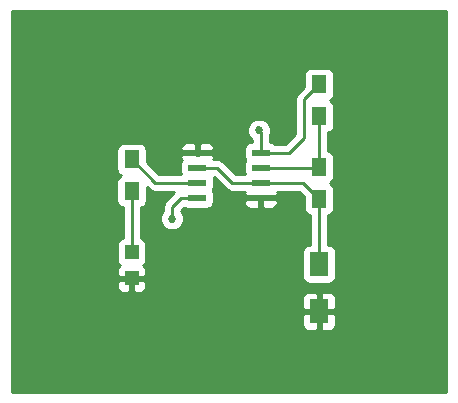
<source format=gtl>
G04 #@! TF.FileFunction,Copper,L1,Top,Signal*
%FSLAX46Y46*%
G04 Gerber Fmt 4.6, Leading zero omitted, Abs format (unit mm)*
G04 Created by KiCad (PCBNEW 4.0.4-stable) date 01/29/17 13:46:40*
%MOMM*%
%LPD*%
G01*
G04 APERTURE LIST*
%ADD10C,0.100000*%
%ADD11R,1.600000X2.000000*%
%ADD12R,1.200000X1.200000*%
%ADD13R,1.300000X1.500000*%
%ADD14R,1.550000X0.600000*%
%ADD15C,0.685800*%
%ADD16C,0.254000*%
G04 APERTURE END LIST*
D10*
D11*
X156210000Y-111030000D03*
X156210000Y-115030000D03*
D12*
X140335000Y-110025000D03*
X140335000Y-112225000D03*
D13*
X156210000Y-95805000D03*
X156210000Y-98505000D03*
X156210000Y-102790000D03*
X156210000Y-105490000D03*
X140335000Y-102155000D03*
X140335000Y-104855000D03*
D14*
X145890000Y-101600000D03*
X145890000Y-102870000D03*
X145890000Y-104140000D03*
X145890000Y-105410000D03*
X151290000Y-105410000D03*
X151290000Y-104140000D03*
X151290000Y-102870000D03*
X151290000Y-101600000D03*
D15*
X148590000Y-110490000D03*
X143764000Y-107188000D03*
X151130000Y-99695000D03*
D16*
X145890000Y-105410000D02*
X144526000Y-105410000D01*
X143764000Y-106172000D02*
X143764000Y-107188000D01*
X144526000Y-105410000D02*
X143764000Y-106172000D01*
X151290000Y-101600000D02*
X151290000Y-99855000D01*
X151290000Y-99855000D02*
X151130000Y-99695000D01*
X151290000Y-101600000D02*
X153670000Y-101600000D01*
X154940000Y-97075000D02*
X156210000Y-95805000D01*
X154940000Y-100330000D02*
X154940000Y-97075000D01*
X153670000Y-101600000D02*
X154940000Y-100330000D01*
X145890000Y-102870000D02*
X147574000Y-102870000D01*
X148844000Y-104140000D02*
X151290000Y-104140000D01*
X147574000Y-102870000D02*
X148844000Y-104140000D01*
X151290000Y-104140000D02*
X154860000Y-104140000D01*
X154860000Y-104140000D02*
X156210000Y-105490000D01*
X156210000Y-105490000D02*
X156210000Y-111030000D01*
X140335000Y-110025000D02*
X140335000Y-104855000D01*
X151290000Y-102870000D02*
X156130000Y-102870000D01*
X156130000Y-102870000D02*
X156210000Y-102790000D01*
X156210000Y-98505000D02*
X156210000Y-102790000D01*
X145890000Y-104140000D02*
X142320000Y-104140000D01*
X142320000Y-104140000D02*
X140335000Y-102155000D01*
G36*
X166930000Y-121845000D02*
X130250000Y-121845000D01*
X130250000Y-115315750D01*
X154775000Y-115315750D01*
X154775000Y-116156309D01*
X154871673Y-116389698D01*
X155050301Y-116568327D01*
X155283690Y-116665000D01*
X155924250Y-116665000D01*
X156083000Y-116506250D01*
X156083000Y-115157000D01*
X156337000Y-115157000D01*
X156337000Y-116506250D01*
X156495750Y-116665000D01*
X157136310Y-116665000D01*
X157369699Y-116568327D01*
X157548327Y-116389698D01*
X157645000Y-116156309D01*
X157645000Y-115315750D01*
X157486250Y-115157000D01*
X156337000Y-115157000D01*
X156083000Y-115157000D01*
X154933750Y-115157000D01*
X154775000Y-115315750D01*
X130250000Y-115315750D01*
X130250000Y-113903691D01*
X154775000Y-113903691D01*
X154775000Y-114744250D01*
X154933750Y-114903000D01*
X156083000Y-114903000D01*
X156083000Y-113553750D01*
X156337000Y-113553750D01*
X156337000Y-114903000D01*
X157486250Y-114903000D01*
X157645000Y-114744250D01*
X157645000Y-113903691D01*
X157548327Y-113670302D01*
X157369699Y-113491673D01*
X157136310Y-113395000D01*
X156495750Y-113395000D01*
X156337000Y-113553750D01*
X156083000Y-113553750D01*
X155924250Y-113395000D01*
X155283690Y-113395000D01*
X155050301Y-113491673D01*
X154871673Y-113670302D01*
X154775000Y-113903691D01*
X130250000Y-113903691D01*
X130250000Y-112510750D01*
X139100000Y-112510750D01*
X139100000Y-112951309D01*
X139196673Y-113184698D01*
X139375301Y-113363327D01*
X139608690Y-113460000D01*
X140049250Y-113460000D01*
X140208000Y-113301250D01*
X140208000Y-112352000D01*
X140462000Y-112352000D01*
X140462000Y-113301250D01*
X140620750Y-113460000D01*
X141061310Y-113460000D01*
X141294699Y-113363327D01*
X141473327Y-113184698D01*
X141570000Y-112951309D01*
X141570000Y-112510750D01*
X141411250Y-112352000D01*
X140462000Y-112352000D01*
X140208000Y-112352000D01*
X139258750Y-112352000D01*
X139100000Y-112510750D01*
X130250000Y-112510750D01*
X130250000Y-101405000D01*
X139037560Y-101405000D01*
X139037560Y-102905000D01*
X139081838Y-103140317D01*
X139220910Y-103356441D01*
X139433110Y-103501431D01*
X139446197Y-103504081D01*
X139233559Y-103640910D01*
X139088569Y-103853110D01*
X139037560Y-104105000D01*
X139037560Y-105605000D01*
X139081838Y-105840317D01*
X139220910Y-106056441D01*
X139433110Y-106201431D01*
X139573000Y-106229759D01*
X139573000Y-108808042D01*
X139499683Y-108821838D01*
X139283559Y-108960910D01*
X139138569Y-109173110D01*
X139087560Y-109425000D01*
X139087560Y-110625000D01*
X139131838Y-110860317D01*
X139270910Y-111076441D01*
X139339006Y-111122969D01*
X139196673Y-111265302D01*
X139100000Y-111498691D01*
X139100000Y-111939250D01*
X139258750Y-112098000D01*
X140208000Y-112098000D01*
X140208000Y-112078000D01*
X140462000Y-112078000D01*
X140462000Y-112098000D01*
X141411250Y-112098000D01*
X141570000Y-111939250D01*
X141570000Y-111498691D01*
X141473327Y-111265302D01*
X141332090Y-111124064D01*
X141386441Y-111089090D01*
X141531431Y-110876890D01*
X141582440Y-110625000D01*
X141582440Y-109425000D01*
X141538162Y-109189683D01*
X141399090Y-108973559D01*
X141186890Y-108828569D01*
X141097000Y-108810366D01*
X141097000Y-106231366D01*
X141220317Y-106208162D01*
X141436441Y-106069090D01*
X141581431Y-105856890D01*
X141632440Y-105605000D01*
X141632440Y-104530070D01*
X141781185Y-104678815D01*
X142028395Y-104843996D01*
X142320000Y-104902000D01*
X143956369Y-104902000D01*
X143225185Y-105633185D01*
X143060004Y-105880395D01*
X143002000Y-106172000D01*
X143002000Y-106566917D01*
X142935460Y-106633341D01*
X142786270Y-106992630D01*
X142785931Y-107381663D01*
X142934493Y-107741212D01*
X143209341Y-108016540D01*
X143568630Y-108165730D01*
X143957663Y-108166069D01*
X144317212Y-108017507D01*
X144592540Y-107742659D01*
X144741730Y-107383370D01*
X144742069Y-106994337D01*
X144593507Y-106634788D01*
X144526000Y-106567163D01*
X144526000Y-106487630D01*
X144770487Y-106243144D01*
X144863110Y-106306431D01*
X145115000Y-106357440D01*
X146665000Y-106357440D01*
X146900317Y-106313162D01*
X147116441Y-106174090D01*
X147261431Y-105961890D01*
X147312440Y-105710000D01*
X147312440Y-105695750D01*
X149880000Y-105695750D01*
X149880000Y-105836310D01*
X149976673Y-106069699D01*
X150155302Y-106248327D01*
X150388691Y-106345000D01*
X151004250Y-106345000D01*
X151163000Y-106186250D01*
X151163000Y-105537000D01*
X151417000Y-105537000D01*
X151417000Y-106186250D01*
X151575750Y-106345000D01*
X152191309Y-106345000D01*
X152424698Y-106248327D01*
X152603327Y-106069699D01*
X152700000Y-105836310D01*
X152700000Y-105695750D01*
X152541250Y-105537000D01*
X151417000Y-105537000D01*
X151163000Y-105537000D01*
X150038750Y-105537000D01*
X149880000Y-105695750D01*
X147312440Y-105695750D01*
X147312440Y-105110000D01*
X147268162Y-104874683D01*
X147204322Y-104775472D01*
X147261431Y-104691890D01*
X147312440Y-104440000D01*
X147312440Y-103840000D01*
X147276763Y-103650393D01*
X148305184Y-104678815D01*
X148465604Y-104786004D01*
X148552395Y-104843996D01*
X148844000Y-104902000D01*
X149913837Y-104902000D01*
X149880000Y-104983690D01*
X149880000Y-105124250D01*
X150038750Y-105283000D01*
X151163000Y-105283000D01*
X151163000Y-105263000D01*
X151417000Y-105263000D01*
X151417000Y-105283000D01*
X152541250Y-105283000D01*
X152700000Y-105124250D01*
X152700000Y-104983690D01*
X152666163Y-104902000D01*
X154544370Y-104902000D01*
X154912560Y-105270190D01*
X154912560Y-106240000D01*
X154956838Y-106475317D01*
X155095910Y-106691441D01*
X155308110Y-106836431D01*
X155448000Y-106864759D01*
X155448000Y-109382560D01*
X155410000Y-109382560D01*
X155174683Y-109426838D01*
X154958559Y-109565910D01*
X154813569Y-109778110D01*
X154762560Y-110030000D01*
X154762560Y-112030000D01*
X154806838Y-112265317D01*
X154945910Y-112481441D01*
X155158110Y-112626431D01*
X155410000Y-112677440D01*
X157010000Y-112677440D01*
X157245317Y-112633162D01*
X157461441Y-112494090D01*
X157606431Y-112281890D01*
X157657440Y-112030000D01*
X157657440Y-110030000D01*
X157613162Y-109794683D01*
X157474090Y-109578559D01*
X157261890Y-109433569D01*
X157010000Y-109382560D01*
X156972000Y-109382560D01*
X156972000Y-106866366D01*
X157095317Y-106843162D01*
X157311441Y-106704090D01*
X157456431Y-106491890D01*
X157507440Y-106240000D01*
X157507440Y-104740000D01*
X157463162Y-104504683D01*
X157324090Y-104288559D01*
X157111890Y-104143569D01*
X157098803Y-104140919D01*
X157311441Y-104004090D01*
X157456431Y-103791890D01*
X157507440Y-103540000D01*
X157507440Y-102040000D01*
X157463162Y-101804683D01*
X157324090Y-101588559D01*
X157111890Y-101443569D01*
X156972000Y-101415241D01*
X156972000Y-99881366D01*
X157095317Y-99858162D01*
X157311441Y-99719090D01*
X157456431Y-99506890D01*
X157507440Y-99255000D01*
X157507440Y-97755000D01*
X157463162Y-97519683D01*
X157324090Y-97303559D01*
X157111890Y-97158569D01*
X157098803Y-97155919D01*
X157311441Y-97019090D01*
X157456431Y-96806890D01*
X157507440Y-96555000D01*
X157507440Y-95055000D01*
X157463162Y-94819683D01*
X157324090Y-94603559D01*
X157111890Y-94458569D01*
X156860000Y-94407560D01*
X155560000Y-94407560D01*
X155324683Y-94451838D01*
X155108559Y-94590910D01*
X154963569Y-94803110D01*
X154912560Y-95055000D01*
X154912560Y-96024810D01*
X154401185Y-96536185D01*
X154236004Y-96783395D01*
X154178000Y-97075000D01*
X154178000Y-100014369D01*
X153354370Y-100838000D01*
X152513636Y-100838000D01*
X152316890Y-100703569D01*
X152065000Y-100652560D01*
X152052000Y-100652560D01*
X152052000Y-100024583D01*
X152107730Y-99890370D01*
X152108069Y-99501337D01*
X151959507Y-99141788D01*
X151684659Y-98866460D01*
X151325370Y-98717270D01*
X150936337Y-98716931D01*
X150576788Y-98865493D01*
X150301460Y-99140341D01*
X150152270Y-99499630D01*
X150151931Y-99888663D01*
X150300493Y-100248212D01*
X150528000Y-100476116D01*
X150528000Y-100652560D01*
X150515000Y-100652560D01*
X150279683Y-100696838D01*
X150063559Y-100835910D01*
X149918569Y-101048110D01*
X149867560Y-101300000D01*
X149867560Y-101900000D01*
X149911838Y-102135317D01*
X149975678Y-102234528D01*
X149918569Y-102318110D01*
X149867560Y-102570000D01*
X149867560Y-103170000D01*
X149906698Y-103378000D01*
X149159631Y-103378000D01*
X148112815Y-102331185D01*
X148005829Y-102259699D01*
X147865605Y-102166004D01*
X147574000Y-102108000D01*
X147266163Y-102108000D01*
X147300000Y-102026310D01*
X147300000Y-101885750D01*
X147141250Y-101727000D01*
X146017000Y-101727000D01*
X146017000Y-101747000D01*
X145763000Y-101747000D01*
X145763000Y-101727000D01*
X144638750Y-101727000D01*
X144480000Y-101885750D01*
X144480000Y-102026310D01*
X144569806Y-102243122D01*
X144518569Y-102318110D01*
X144467560Y-102570000D01*
X144467560Y-103170000D01*
X144506698Y-103378000D01*
X142635630Y-103378000D01*
X141632440Y-102374810D01*
X141632440Y-101405000D01*
X141588916Y-101173690D01*
X144480000Y-101173690D01*
X144480000Y-101314250D01*
X144638750Y-101473000D01*
X145763000Y-101473000D01*
X145763000Y-100823750D01*
X146017000Y-100823750D01*
X146017000Y-101473000D01*
X147141250Y-101473000D01*
X147300000Y-101314250D01*
X147300000Y-101173690D01*
X147203327Y-100940301D01*
X147024698Y-100761673D01*
X146791309Y-100665000D01*
X146175750Y-100665000D01*
X146017000Y-100823750D01*
X145763000Y-100823750D01*
X145604250Y-100665000D01*
X144988691Y-100665000D01*
X144755302Y-100761673D01*
X144576673Y-100940301D01*
X144480000Y-101173690D01*
X141588916Y-101173690D01*
X141588162Y-101169683D01*
X141449090Y-100953559D01*
X141236890Y-100808569D01*
X140985000Y-100757560D01*
X139685000Y-100757560D01*
X139449683Y-100801838D01*
X139233559Y-100940910D01*
X139088569Y-101153110D01*
X139037560Y-101405000D01*
X130250000Y-101405000D01*
X130250000Y-89610000D01*
X166930000Y-89610000D01*
X166930000Y-121845000D01*
X166930000Y-121845000D01*
G37*
X166930000Y-121845000D02*
X130250000Y-121845000D01*
X130250000Y-115315750D01*
X154775000Y-115315750D01*
X154775000Y-116156309D01*
X154871673Y-116389698D01*
X155050301Y-116568327D01*
X155283690Y-116665000D01*
X155924250Y-116665000D01*
X156083000Y-116506250D01*
X156083000Y-115157000D01*
X156337000Y-115157000D01*
X156337000Y-116506250D01*
X156495750Y-116665000D01*
X157136310Y-116665000D01*
X157369699Y-116568327D01*
X157548327Y-116389698D01*
X157645000Y-116156309D01*
X157645000Y-115315750D01*
X157486250Y-115157000D01*
X156337000Y-115157000D01*
X156083000Y-115157000D01*
X154933750Y-115157000D01*
X154775000Y-115315750D01*
X130250000Y-115315750D01*
X130250000Y-113903691D01*
X154775000Y-113903691D01*
X154775000Y-114744250D01*
X154933750Y-114903000D01*
X156083000Y-114903000D01*
X156083000Y-113553750D01*
X156337000Y-113553750D01*
X156337000Y-114903000D01*
X157486250Y-114903000D01*
X157645000Y-114744250D01*
X157645000Y-113903691D01*
X157548327Y-113670302D01*
X157369699Y-113491673D01*
X157136310Y-113395000D01*
X156495750Y-113395000D01*
X156337000Y-113553750D01*
X156083000Y-113553750D01*
X155924250Y-113395000D01*
X155283690Y-113395000D01*
X155050301Y-113491673D01*
X154871673Y-113670302D01*
X154775000Y-113903691D01*
X130250000Y-113903691D01*
X130250000Y-112510750D01*
X139100000Y-112510750D01*
X139100000Y-112951309D01*
X139196673Y-113184698D01*
X139375301Y-113363327D01*
X139608690Y-113460000D01*
X140049250Y-113460000D01*
X140208000Y-113301250D01*
X140208000Y-112352000D01*
X140462000Y-112352000D01*
X140462000Y-113301250D01*
X140620750Y-113460000D01*
X141061310Y-113460000D01*
X141294699Y-113363327D01*
X141473327Y-113184698D01*
X141570000Y-112951309D01*
X141570000Y-112510750D01*
X141411250Y-112352000D01*
X140462000Y-112352000D01*
X140208000Y-112352000D01*
X139258750Y-112352000D01*
X139100000Y-112510750D01*
X130250000Y-112510750D01*
X130250000Y-101405000D01*
X139037560Y-101405000D01*
X139037560Y-102905000D01*
X139081838Y-103140317D01*
X139220910Y-103356441D01*
X139433110Y-103501431D01*
X139446197Y-103504081D01*
X139233559Y-103640910D01*
X139088569Y-103853110D01*
X139037560Y-104105000D01*
X139037560Y-105605000D01*
X139081838Y-105840317D01*
X139220910Y-106056441D01*
X139433110Y-106201431D01*
X139573000Y-106229759D01*
X139573000Y-108808042D01*
X139499683Y-108821838D01*
X139283559Y-108960910D01*
X139138569Y-109173110D01*
X139087560Y-109425000D01*
X139087560Y-110625000D01*
X139131838Y-110860317D01*
X139270910Y-111076441D01*
X139339006Y-111122969D01*
X139196673Y-111265302D01*
X139100000Y-111498691D01*
X139100000Y-111939250D01*
X139258750Y-112098000D01*
X140208000Y-112098000D01*
X140208000Y-112078000D01*
X140462000Y-112078000D01*
X140462000Y-112098000D01*
X141411250Y-112098000D01*
X141570000Y-111939250D01*
X141570000Y-111498691D01*
X141473327Y-111265302D01*
X141332090Y-111124064D01*
X141386441Y-111089090D01*
X141531431Y-110876890D01*
X141582440Y-110625000D01*
X141582440Y-109425000D01*
X141538162Y-109189683D01*
X141399090Y-108973559D01*
X141186890Y-108828569D01*
X141097000Y-108810366D01*
X141097000Y-106231366D01*
X141220317Y-106208162D01*
X141436441Y-106069090D01*
X141581431Y-105856890D01*
X141632440Y-105605000D01*
X141632440Y-104530070D01*
X141781185Y-104678815D01*
X142028395Y-104843996D01*
X142320000Y-104902000D01*
X143956369Y-104902000D01*
X143225185Y-105633185D01*
X143060004Y-105880395D01*
X143002000Y-106172000D01*
X143002000Y-106566917D01*
X142935460Y-106633341D01*
X142786270Y-106992630D01*
X142785931Y-107381663D01*
X142934493Y-107741212D01*
X143209341Y-108016540D01*
X143568630Y-108165730D01*
X143957663Y-108166069D01*
X144317212Y-108017507D01*
X144592540Y-107742659D01*
X144741730Y-107383370D01*
X144742069Y-106994337D01*
X144593507Y-106634788D01*
X144526000Y-106567163D01*
X144526000Y-106487630D01*
X144770487Y-106243144D01*
X144863110Y-106306431D01*
X145115000Y-106357440D01*
X146665000Y-106357440D01*
X146900317Y-106313162D01*
X147116441Y-106174090D01*
X147261431Y-105961890D01*
X147312440Y-105710000D01*
X147312440Y-105695750D01*
X149880000Y-105695750D01*
X149880000Y-105836310D01*
X149976673Y-106069699D01*
X150155302Y-106248327D01*
X150388691Y-106345000D01*
X151004250Y-106345000D01*
X151163000Y-106186250D01*
X151163000Y-105537000D01*
X151417000Y-105537000D01*
X151417000Y-106186250D01*
X151575750Y-106345000D01*
X152191309Y-106345000D01*
X152424698Y-106248327D01*
X152603327Y-106069699D01*
X152700000Y-105836310D01*
X152700000Y-105695750D01*
X152541250Y-105537000D01*
X151417000Y-105537000D01*
X151163000Y-105537000D01*
X150038750Y-105537000D01*
X149880000Y-105695750D01*
X147312440Y-105695750D01*
X147312440Y-105110000D01*
X147268162Y-104874683D01*
X147204322Y-104775472D01*
X147261431Y-104691890D01*
X147312440Y-104440000D01*
X147312440Y-103840000D01*
X147276763Y-103650393D01*
X148305184Y-104678815D01*
X148465604Y-104786004D01*
X148552395Y-104843996D01*
X148844000Y-104902000D01*
X149913837Y-104902000D01*
X149880000Y-104983690D01*
X149880000Y-105124250D01*
X150038750Y-105283000D01*
X151163000Y-105283000D01*
X151163000Y-105263000D01*
X151417000Y-105263000D01*
X151417000Y-105283000D01*
X152541250Y-105283000D01*
X152700000Y-105124250D01*
X152700000Y-104983690D01*
X152666163Y-104902000D01*
X154544370Y-104902000D01*
X154912560Y-105270190D01*
X154912560Y-106240000D01*
X154956838Y-106475317D01*
X155095910Y-106691441D01*
X155308110Y-106836431D01*
X155448000Y-106864759D01*
X155448000Y-109382560D01*
X155410000Y-109382560D01*
X155174683Y-109426838D01*
X154958559Y-109565910D01*
X154813569Y-109778110D01*
X154762560Y-110030000D01*
X154762560Y-112030000D01*
X154806838Y-112265317D01*
X154945910Y-112481441D01*
X155158110Y-112626431D01*
X155410000Y-112677440D01*
X157010000Y-112677440D01*
X157245317Y-112633162D01*
X157461441Y-112494090D01*
X157606431Y-112281890D01*
X157657440Y-112030000D01*
X157657440Y-110030000D01*
X157613162Y-109794683D01*
X157474090Y-109578559D01*
X157261890Y-109433569D01*
X157010000Y-109382560D01*
X156972000Y-109382560D01*
X156972000Y-106866366D01*
X157095317Y-106843162D01*
X157311441Y-106704090D01*
X157456431Y-106491890D01*
X157507440Y-106240000D01*
X157507440Y-104740000D01*
X157463162Y-104504683D01*
X157324090Y-104288559D01*
X157111890Y-104143569D01*
X157098803Y-104140919D01*
X157311441Y-104004090D01*
X157456431Y-103791890D01*
X157507440Y-103540000D01*
X157507440Y-102040000D01*
X157463162Y-101804683D01*
X157324090Y-101588559D01*
X157111890Y-101443569D01*
X156972000Y-101415241D01*
X156972000Y-99881366D01*
X157095317Y-99858162D01*
X157311441Y-99719090D01*
X157456431Y-99506890D01*
X157507440Y-99255000D01*
X157507440Y-97755000D01*
X157463162Y-97519683D01*
X157324090Y-97303559D01*
X157111890Y-97158569D01*
X157098803Y-97155919D01*
X157311441Y-97019090D01*
X157456431Y-96806890D01*
X157507440Y-96555000D01*
X157507440Y-95055000D01*
X157463162Y-94819683D01*
X157324090Y-94603559D01*
X157111890Y-94458569D01*
X156860000Y-94407560D01*
X155560000Y-94407560D01*
X155324683Y-94451838D01*
X155108559Y-94590910D01*
X154963569Y-94803110D01*
X154912560Y-95055000D01*
X154912560Y-96024810D01*
X154401185Y-96536185D01*
X154236004Y-96783395D01*
X154178000Y-97075000D01*
X154178000Y-100014369D01*
X153354370Y-100838000D01*
X152513636Y-100838000D01*
X152316890Y-100703569D01*
X152065000Y-100652560D01*
X152052000Y-100652560D01*
X152052000Y-100024583D01*
X152107730Y-99890370D01*
X152108069Y-99501337D01*
X151959507Y-99141788D01*
X151684659Y-98866460D01*
X151325370Y-98717270D01*
X150936337Y-98716931D01*
X150576788Y-98865493D01*
X150301460Y-99140341D01*
X150152270Y-99499630D01*
X150151931Y-99888663D01*
X150300493Y-100248212D01*
X150528000Y-100476116D01*
X150528000Y-100652560D01*
X150515000Y-100652560D01*
X150279683Y-100696838D01*
X150063559Y-100835910D01*
X149918569Y-101048110D01*
X149867560Y-101300000D01*
X149867560Y-101900000D01*
X149911838Y-102135317D01*
X149975678Y-102234528D01*
X149918569Y-102318110D01*
X149867560Y-102570000D01*
X149867560Y-103170000D01*
X149906698Y-103378000D01*
X149159631Y-103378000D01*
X148112815Y-102331185D01*
X148005829Y-102259699D01*
X147865605Y-102166004D01*
X147574000Y-102108000D01*
X147266163Y-102108000D01*
X147300000Y-102026310D01*
X147300000Y-101885750D01*
X147141250Y-101727000D01*
X146017000Y-101727000D01*
X146017000Y-101747000D01*
X145763000Y-101747000D01*
X145763000Y-101727000D01*
X144638750Y-101727000D01*
X144480000Y-101885750D01*
X144480000Y-102026310D01*
X144569806Y-102243122D01*
X144518569Y-102318110D01*
X144467560Y-102570000D01*
X144467560Y-103170000D01*
X144506698Y-103378000D01*
X142635630Y-103378000D01*
X141632440Y-102374810D01*
X141632440Y-101405000D01*
X141588916Y-101173690D01*
X144480000Y-101173690D01*
X144480000Y-101314250D01*
X144638750Y-101473000D01*
X145763000Y-101473000D01*
X145763000Y-100823750D01*
X146017000Y-100823750D01*
X146017000Y-101473000D01*
X147141250Y-101473000D01*
X147300000Y-101314250D01*
X147300000Y-101173690D01*
X147203327Y-100940301D01*
X147024698Y-100761673D01*
X146791309Y-100665000D01*
X146175750Y-100665000D01*
X146017000Y-100823750D01*
X145763000Y-100823750D01*
X145604250Y-100665000D01*
X144988691Y-100665000D01*
X144755302Y-100761673D01*
X144576673Y-100940301D01*
X144480000Y-101173690D01*
X141588916Y-101173690D01*
X141588162Y-101169683D01*
X141449090Y-100953559D01*
X141236890Y-100808569D01*
X140985000Y-100757560D01*
X139685000Y-100757560D01*
X139449683Y-100801838D01*
X139233559Y-100940910D01*
X139088569Y-101153110D01*
X139037560Y-101405000D01*
X130250000Y-101405000D01*
X130250000Y-89610000D01*
X166930000Y-89610000D01*
X166930000Y-121845000D01*
M02*

</source>
